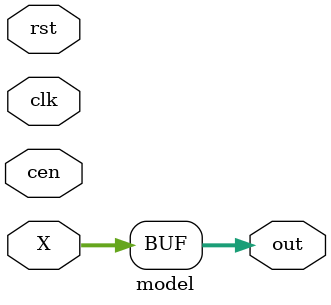
<source format=v>
module model (X, rst, cen, clk, out);
parameter sel = 0;
parameter size = 18;
parameter rsttype = "SYNC";
input [size - 1 : 0] X;
input rst, clk, cen;
output reg [size - 1 : 0] out;

reg [size - 1 : 0 ] X_reg;

generate
  if (rsttype == "SYNC")
    begin
      always @ (posedge clk)
        begin
          if (rst)
            X_reg <= 0;
          else if (cen)
            X_reg <= X;
        end
    end
  else
    begin
      always @ (posedge clk, posedge rst)
        begin
          if (rst)
            X_reg <= 0;
          else if (cen)
            X_reg <= X;
        end
    end
endgenerate 

always @ (*)
  begin
    if (sel)
      out = X_reg;
    else
      out = X;
  end
endmodule 
</source>
